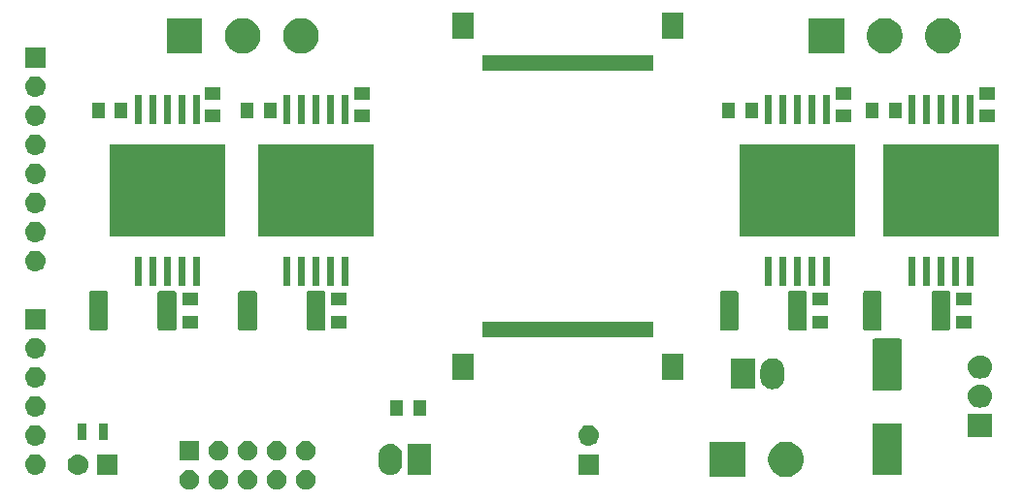
<source format=gts>
G04 #@! TF.GenerationSoftware,KiCad,Pcbnew,5.1.4-e60b266~84~ubuntu18.04.1*
G04 #@! TF.CreationDate,2019-08-27T16:16:23+05:30*
G04 #@! TF.ProjectId,senseCam_Adapter_rev1,73656e73-6543-4616-9d5f-416461707465,rev?*
G04 #@! TF.SameCoordinates,Original*
G04 #@! TF.FileFunction,Soldermask,Top*
G04 #@! TF.FilePolarity,Negative*
%FSLAX46Y46*%
G04 Gerber Fmt 4.6, Leading zero omitted, Abs format (unit mm)*
G04 Created by KiCad (PCBNEW 5.1.4-e60b266~84~ubuntu18.04.1) date 2019-08-27 16:16:23*
%MOMM*%
%LPD*%
G04 APERTURE LIST*
%ADD10C,0.100000*%
G04 APERTURE END LIST*
D10*
G36*
X33748228Y-52451703D02*
G01*
X33903100Y-52515853D01*
X34042481Y-52608985D01*
X34161015Y-52727519D01*
X34254147Y-52866900D01*
X34318297Y-53021772D01*
X34351000Y-53186184D01*
X34351000Y-53353816D01*
X34318297Y-53518228D01*
X34254147Y-53673100D01*
X34161015Y-53812481D01*
X34042481Y-53931015D01*
X33903100Y-54024147D01*
X33748228Y-54088297D01*
X33583816Y-54121000D01*
X33416184Y-54121000D01*
X33251772Y-54088297D01*
X33096900Y-54024147D01*
X32957519Y-53931015D01*
X32838985Y-53812481D01*
X32745853Y-53673100D01*
X32681703Y-53518228D01*
X32649000Y-53353816D01*
X32649000Y-53186184D01*
X32681703Y-53021772D01*
X32745853Y-52866900D01*
X32838985Y-52727519D01*
X32957519Y-52608985D01*
X33096900Y-52515853D01*
X33251772Y-52451703D01*
X33416184Y-52419000D01*
X33583816Y-52419000D01*
X33748228Y-52451703D01*
X33748228Y-52451703D01*
G37*
G36*
X36288228Y-52451703D02*
G01*
X36443100Y-52515853D01*
X36582481Y-52608985D01*
X36701015Y-52727519D01*
X36794147Y-52866900D01*
X36858297Y-53021772D01*
X36891000Y-53186184D01*
X36891000Y-53353816D01*
X36858297Y-53518228D01*
X36794147Y-53673100D01*
X36701015Y-53812481D01*
X36582481Y-53931015D01*
X36443100Y-54024147D01*
X36288228Y-54088297D01*
X36123816Y-54121000D01*
X35956184Y-54121000D01*
X35791772Y-54088297D01*
X35636900Y-54024147D01*
X35497519Y-53931015D01*
X35378985Y-53812481D01*
X35285853Y-53673100D01*
X35221703Y-53518228D01*
X35189000Y-53353816D01*
X35189000Y-53186184D01*
X35221703Y-53021772D01*
X35285853Y-52866900D01*
X35378985Y-52727519D01*
X35497519Y-52608985D01*
X35636900Y-52515853D01*
X35791772Y-52451703D01*
X35956184Y-52419000D01*
X36123816Y-52419000D01*
X36288228Y-52451703D01*
X36288228Y-52451703D01*
G37*
G36*
X38828228Y-52451703D02*
G01*
X38983100Y-52515853D01*
X39122481Y-52608985D01*
X39241015Y-52727519D01*
X39334147Y-52866900D01*
X39398297Y-53021772D01*
X39431000Y-53186184D01*
X39431000Y-53353816D01*
X39398297Y-53518228D01*
X39334147Y-53673100D01*
X39241015Y-53812481D01*
X39122481Y-53931015D01*
X38983100Y-54024147D01*
X38828228Y-54088297D01*
X38663816Y-54121000D01*
X38496184Y-54121000D01*
X38331772Y-54088297D01*
X38176900Y-54024147D01*
X38037519Y-53931015D01*
X37918985Y-53812481D01*
X37825853Y-53673100D01*
X37761703Y-53518228D01*
X37729000Y-53353816D01*
X37729000Y-53186184D01*
X37761703Y-53021772D01*
X37825853Y-52866900D01*
X37918985Y-52727519D01*
X38037519Y-52608985D01*
X38176900Y-52515853D01*
X38331772Y-52451703D01*
X38496184Y-52419000D01*
X38663816Y-52419000D01*
X38828228Y-52451703D01*
X38828228Y-52451703D01*
G37*
G36*
X31208228Y-52451703D02*
G01*
X31363100Y-52515853D01*
X31502481Y-52608985D01*
X31621015Y-52727519D01*
X31714147Y-52866900D01*
X31778297Y-53021772D01*
X31811000Y-53186184D01*
X31811000Y-53353816D01*
X31778297Y-53518228D01*
X31714147Y-53673100D01*
X31621015Y-53812481D01*
X31502481Y-53931015D01*
X31363100Y-54024147D01*
X31208228Y-54088297D01*
X31043816Y-54121000D01*
X30876184Y-54121000D01*
X30711772Y-54088297D01*
X30556900Y-54024147D01*
X30417519Y-53931015D01*
X30298985Y-53812481D01*
X30205853Y-53673100D01*
X30141703Y-53518228D01*
X30109000Y-53353816D01*
X30109000Y-53186184D01*
X30141703Y-53021772D01*
X30205853Y-52866900D01*
X30298985Y-52727519D01*
X30417519Y-52608985D01*
X30556900Y-52515853D01*
X30711772Y-52451703D01*
X30876184Y-52419000D01*
X31043816Y-52419000D01*
X31208228Y-52451703D01*
X31208228Y-52451703D01*
G37*
G36*
X28668228Y-52451703D02*
G01*
X28823100Y-52515853D01*
X28962481Y-52608985D01*
X29081015Y-52727519D01*
X29174147Y-52866900D01*
X29238297Y-53021772D01*
X29271000Y-53186184D01*
X29271000Y-53353816D01*
X29238297Y-53518228D01*
X29174147Y-53673100D01*
X29081015Y-53812481D01*
X28962481Y-53931015D01*
X28823100Y-54024147D01*
X28668228Y-54088297D01*
X28503816Y-54121000D01*
X28336184Y-54121000D01*
X28171772Y-54088297D01*
X28016900Y-54024147D01*
X27877519Y-53931015D01*
X27758985Y-53812481D01*
X27665853Y-53673100D01*
X27601703Y-53518228D01*
X27569000Y-53353816D01*
X27569000Y-53186184D01*
X27601703Y-53021772D01*
X27665853Y-52866900D01*
X27758985Y-52727519D01*
X27877519Y-52608985D01*
X28016900Y-52515853D01*
X28171772Y-52451703D01*
X28336184Y-52419000D01*
X28503816Y-52419000D01*
X28668228Y-52451703D01*
X28668228Y-52451703D01*
G37*
G36*
X80767754Y-49975852D02*
G01*
X80932410Y-50008604D01*
X81214674Y-50125521D01*
X81468705Y-50295259D01*
X81684741Y-50511295D01*
X81854479Y-50765326D01*
X81971396Y-51047590D01*
X81997181Y-51177221D01*
X82031000Y-51347239D01*
X82031000Y-51652761D01*
X82007009Y-51773373D01*
X81971396Y-51952410D01*
X81854479Y-52234674D01*
X81684741Y-52488705D01*
X81468705Y-52704741D01*
X81214674Y-52874479D01*
X80932410Y-52991396D01*
X80782585Y-53021198D01*
X80632761Y-53051000D01*
X80327239Y-53051000D01*
X80177415Y-53021198D01*
X80027590Y-52991396D01*
X79745326Y-52874479D01*
X79491295Y-52704741D01*
X79275259Y-52488705D01*
X79105521Y-52234674D01*
X78988604Y-51952410D01*
X78952991Y-51773373D01*
X78929000Y-51652761D01*
X78929000Y-51347239D01*
X78962819Y-51177221D01*
X78988604Y-51047590D01*
X79105521Y-50765326D01*
X79275259Y-50511295D01*
X79491295Y-50295259D01*
X79745326Y-50125521D01*
X80027590Y-50008604D01*
X80192246Y-49975852D01*
X80327239Y-49949000D01*
X80632761Y-49949000D01*
X80767754Y-49975852D01*
X80767754Y-49975852D01*
G37*
G36*
X76951000Y-53051000D02*
G01*
X73849000Y-53051000D01*
X73849000Y-49949000D01*
X76951000Y-49949000D01*
X76951000Y-53051000D01*
X76951000Y-53051000D01*
G37*
G36*
X46166032Y-50164207D02*
G01*
X46364146Y-50224305D01*
X46364149Y-50224306D01*
X46460975Y-50276061D01*
X46546729Y-50321897D01*
X46706765Y-50453235D01*
X46838103Y-50613271D01*
X46869291Y-50671621D01*
X46935694Y-50795851D01*
X46951333Y-50847405D01*
X46995793Y-50993969D01*
X47011000Y-51148371D01*
X47011000Y-51851630D01*
X46995793Y-52006032D01*
X46965278Y-52106625D01*
X46935694Y-52204149D01*
X46897038Y-52276468D01*
X46838103Y-52386729D01*
X46706765Y-52546765D01*
X46546729Y-52678103D01*
X46454277Y-52727519D01*
X46364148Y-52775694D01*
X46364145Y-52775695D01*
X46166031Y-52835793D01*
X45960000Y-52856085D01*
X45753968Y-52835793D01*
X45555854Y-52775695D01*
X45555851Y-52775694D01*
X45396229Y-52690374D01*
X45373271Y-52678103D01*
X45213235Y-52546765D01*
X45081897Y-52386729D01*
X44984307Y-52204149D01*
X44984306Y-52204148D01*
X44960790Y-52126627D01*
X44924207Y-52006031D01*
X44909000Y-51851629D01*
X44909000Y-51148370D01*
X44924207Y-50993968D01*
X44943296Y-50931040D01*
X44984305Y-50795853D01*
X45064306Y-50646184D01*
X45081898Y-50613271D01*
X45213236Y-50453235D01*
X45373272Y-50321897D01*
X45459026Y-50276061D01*
X45555852Y-50224306D01*
X45555855Y-50224305D01*
X45753969Y-50164207D01*
X45960000Y-50143915D01*
X46166032Y-50164207D01*
X46166032Y-50164207D01*
G37*
G36*
X22151000Y-52851000D02*
G01*
X20349000Y-52851000D01*
X20349000Y-51049000D01*
X22151000Y-51049000D01*
X22151000Y-52851000D01*
X22151000Y-52851000D01*
G37*
G36*
X18820442Y-51055518D02*
G01*
X18886627Y-51062037D01*
X19056466Y-51113557D01*
X19056468Y-51113558D01*
X19093028Y-51133100D01*
X19212991Y-51197222D01*
X19248729Y-51226552D01*
X19350186Y-51309814D01*
X19416825Y-51391015D01*
X19462778Y-51447009D01*
X19546443Y-51603534D01*
X19597963Y-51773373D01*
X19615359Y-51950000D01*
X19597963Y-52126627D01*
X19546443Y-52296466D01*
X19462778Y-52452991D01*
X19433469Y-52488704D01*
X19350186Y-52590186D01*
X19248729Y-52673448D01*
X19212991Y-52702778D01*
X19056466Y-52786443D01*
X18886627Y-52837963D01*
X18820443Y-52844481D01*
X18754260Y-52851000D01*
X18665740Y-52851000D01*
X18599557Y-52844481D01*
X18533373Y-52837963D01*
X18363534Y-52786443D01*
X18207009Y-52702778D01*
X18171271Y-52673448D01*
X18069814Y-52590186D01*
X17986531Y-52488704D01*
X17957222Y-52452991D01*
X17873557Y-52296466D01*
X17822037Y-52126627D01*
X17804641Y-51950000D01*
X17822037Y-51773373D01*
X17873557Y-51603534D01*
X17957222Y-51447009D01*
X18003175Y-51391015D01*
X18069814Y-51309814D01*
X18171271Y-51226552D01*
X18207009Y-51197222D01*
X18326972Y-51133100D01*
X18363532Y-51113558D01*
X18363534Y-51113557D01*
X18533373Y-51062037D01*
X18599558Y-51055518D01*
X18665740Y-51049000D01*
X18754260Y-51049000D01*
X18820442Y-51055518D01*
X18820442Y-51055518D01*
G37*
G36*
X90471934Y-48352671D02*
G01*
X90501877Y-48361754D01*
X90529465Y-48376500D01*
X90553651Y-48396349D01*
X90573500Y-48420535D01*
X90588246Y-48448123D01*
X90597329Y-48478066D01*
X90601000Y-48515340D01*
X90601000Y-52684660D01*
X90597329Y-52721934D01*
X90588246Y-52751877D01*
X90573500Y-52779465D01*
X90553651Y-52803651D01*
X90529465Y-52823500D01*
X90501877Y-52838246D01*
X90471934Y-52847329D01*
X90434660Y-52851000D01*
X88165340Y-52851000D01*
X88128066Y-52847329D01*
X88098123Y-52838246D01*
X88070535Y-52823500D01*
X88046349Y-52803651D01*
X88026500Y-52779465D01*
X88011754Y-52751877D01*
X88002671Y-52721934D01*
X87999000Y-52684660D01*
X87999000Y-48515340D01*
X88002671Y-48478066D01*
X88011754Y-48448123D01*
X88026500Y-48420535D01*
X88046349Y-48396349D01*
X88070535Y-48376500D01*
X88098123Y-48361754D01*
X88128066Y-48352671D01*
X88165340Y-48349000D01*
X90434660Y-48349000D01*
X90471934Y-48352671D01*
X90471934Y-48352671D01*
G37*
G36*
X49551000Y-52851000D02*
G01*
X47449000Y-52851000D01*
X47449000Y-50149000D01*
X49551000Y-50149000D01*
X49551000Y-52851000D01*
X49551000Y-52851000D01*
G37*
G36*
X15110443Y-51035519D02*
G01*
X15176627Y-51042037D01*
X15346466Y-51093557D01*
X15502991Y-51177222D01*
X15527361Y-51197222D01*
X15640186Y-51289814D01*
X15723238Y-51391015D01*
X15752778Y-51427009D01*
X15836443Y-51583534D01*
X15887963Y-51753373D01*
X15905359Y-51930000D01*
X15887963Y-52106627D01*
X15836443Y-52276466D01*
X15752778Y-52432991D01*
X15736366Y-52452989D01*
X15640186Y-52570186D01*
X15538729Y-52653448D01*
X15502991Y-52682778D01*
X15346466Y-52766443D01*
X15176627Y-52817963D01*
X15120408Y-52823500D01*
X15044260Y-52831000D01*
X14955740Y-52831000D01*
X14879592Y-52823500D01*
X14823373Y-52817963D01*
X14653534Y-52766443D01*
X14497009Y-52682778D01*
X14461271Y-52653448D01*
X14359814Y-52570186D01*
X14263634Y-52452989D01*
X14247222Y-52432991D01*
X14163557Y-52276466D01*
X14112037Y-52106627D01*
X14094641Y-51930000D01*
X14112037Y-51753373D01*
X14163557Y-51583534D01*
X14247222Y-51427009D01*
X14276762Y-51391015D01*
X14359814Y-51289814D01*
X14472639Y-51197222D01*
X14497009Y-51177222D01*
X14653534Y-51093557D01*
X14823373Y-51042037D01*
X14889557Y-51035519D01*
X14955740Y-51029000D01*
X15044260Y-51029000D01*
X15110443Y-51035519D01*
X15110443Y-51035519D01*
G37*
G36*
X64161000Y-52831000D02*
G01*
X62359000Y-52831000D01*
X62359000Y-51029000D01*
X64161000Y-51029000D01*
X64161000Y-52831000D01*
X64161000Y-52831000D01*
G37*
G36*
X36288228Y-49911703D02*
G01*
X36443100Y-49975853D01*
X36582481Y-50068985D01*
X36701015Y-50187519D01*
X36794147Y-50326900D01*
X36858297Y-50481772D01*
X36891000Y-50646184D01*
X36891000Y-50813816D01*
X36858297Y-50978228D01*
X36794147Y-51133100D01*
X36701015Y-51272481D01*
X36582481Y-51391015D01*
X36443100Y-51484147D01*
X36288228Y-51548297D01*
X36123816Y-51581000D01*
X35956184Y-51581000D01*
X35791772Y-51548297D01*
X35636900Y-51484147D01*
X35497519Y-51391015D01*
X35378985Y-51272481D01*
X35285853Y-51133100D01*
X35221703Y-50978228D01*
X35189000Y-50813816D01*
X35189000Y-50646184D01*
X35221703Y-50481772D01*
X35285853Y-50326900D01*
X35378985Y-50187519D01*
X35497519Y-50068985D01*
X35636900Y-49975853D01*
X35791772Y-49911703D01*
X35956184Y-49879000D01*
X36123816Y-49879000D01*
X36288228Y-49911703D01*
X36288228Y-49911703D01*
G37*
G36*
X33748228Y-49911703D02*
G01*
X33903100Y-49975853D01*
X34042481Y-50068985D01*
X34161015Y-50187519D01*
X34254147Y-50326900D01*
X34318297Y-50481772D01*
X34351000Y-50646184D01*
X34351000Y-50813816D01*
X34318297Y-50978228D01*
X34254147Y-51133100D01*
X34161015Y-51272481D01*
X34042481Y-51391015D01*
X33903100Y-51484147D01*
X33748228Y-51548297D01*
X33583816Y-51581000D01*
X33416184Y-51581000D01*
X33251772Y-51548297D01*
X33096900Y-51484147D01*
X32957519Y-51391015D01*
X32838985Y-51272481D01*
X32745853Y-51133100D01*
X32681703Y-50978228D01*
X32649000Y-50813816D01*
X32649000Y-50646184D01*
X32681703Y-50481772D01*
X32745853Y-50326900D01*
X32838985Y-50187519D01*
X32957519Y-50068985D01*
X33096900Y-49975853D01*
X33251772Y-49911703D01*
X33416184Y-49879000D01*
X33583816Y-49879000D01*
X33748228Y-49911703D01*
X33748228Y-49911703D01*
G37*
G36*
X31208228Y-49911703D02*
G01*
X31363100Y-49975853D01*
X31502481Y-50068985D01*
X31621015Y-50187519D01*
X31714147Y-50326900D01*
X31778297Y-50481772D01*
X31811000Y-50646184D01*
X31811000Y-50813816D01*
X31778297Y-50978228D01*
X31714147Y-51133100D01*
X31621015Y-51272481D01*
X31502481Y-51391015D01*
X31363100Y-51484147D01*
X31208228Y-51548297D01*
X31043816Y-51581000D01*
X30876184Y-51581000D01*
X30711772Y-51548297D01*
X30556900Y-51484147D01*
X30417519Y-51391015D01*
X30298985Y-51272481D01*
X30205853Y-51133100D01*
X30141703Y-50978228D01*
X30109000Y-50813816D01*
X30109000Y-50646184D01*
X30141703Y-50481772D01*
X30205853Y-50326900D01*
X30298985Y-50187519D01*
X30417519Y-50068985D01*
X30556900Y-49975853D01*
X30711772Y-49911703D01*
X30876184Y-49879000D01*
X31043816Y-49879000D01*
X31208228Y-49911703D01*
X31208228Y-49911703D01*
G37*
G36*
X38828228Y-49911703D02*
G01*
X38983100Y-49975853D01*
X39122481Y-50068985D01*
X39241015Y-50187519D01*
X39334147Y-50326900D01*
X39398297Y-50481772D01*
X39431000Y-50646184D01*
X39431000Y-50813816D01*
X39398297Y-50978228D01*
X39334147Y-51133100D01*
X39241015Y-51272481D01*
X39122481Y-51391015D01*
X38983100Y-51484147D01*
X38828228Y-51548297D01*
X38663816Y-51581000D01*
X38496184Y-51581000D01*
X38331772Y-51548297D01*
X38176900Y-51484147D01*
X38037519Y-51391015D01*
X37918985Y-51272481D01*
X37825853Y-51133100D01*
X37761703Y-50978228D01*
X37729000Y-50813816D01*
X37729000Y-50646184D01*
X37761703Y-50481772D01*
X37825853Y-50326900D01*
X37918985Y-50187519D01*
X38037519Y-50068985D01*
X38176900Y-49975853D01*
X38331772Y-49911703D01*
X38496184Y-49879000D01*
X38663816Y-49879000D01*
X38828228Y-49911703D01*
X38828228Y-49911703D01*
G37*
G36*
X29271000Y-51581000D02*
G01*
X27569000Y-51581000D01*
X27569000Y-49879000D01*
X29271000Y-49879000D01*
X29271000Y-51581000D01*
X29271000Y-51581000D01*
G37*
G36*
X15110443Y-48495519D02*
G01*
X15176627Y-48502037D01*
X15346466Y-48553557D01*
X15502991Y-48637222D01*
X15538729Y-48666552D01*
X15640186Y-48749814D01*
X15723448Y-48851271D01*
X15752778Y-48887009D01*
X15836443Y-49043534D01*
X15887963Y-49213373D01*
X15905359Y-49390000D01*
X15887963Y-49566627D01*
X15836443Y-49736466D01*
X15752778Y-49892991D01*
X15723448Y-49928729D01*
X15640186Y-50030186D01*
X15538729Y-50113448D01*
X15502991Y-50142778D01*
X15346466Y-50226443D01*
X15176627Y-50277963D01*
X15110443Y-50284481D01*
X15044260Y-50291000D01*
X14955740Y-50291000D01*
X14889557Y-50284481D01*
X14823373Y-50277963D01*
X14653534Y-50226443D01*
X14497009Y-50142778D01*
X14461271Y-50113448D01*
X14359814Y-50030186D01*
X14276552Y-49928729D01*
X14247222Y-49892991D01*
X14163557Y-49736466D01*
X14112037Y-49566627D01*
X14094641Y-49390000D01*
X14112037Y-49213373D01*
X14163557Y-49043534D01*
X14247222Y-48887009D01*
X14276552Y-48851271D01*
X14359814Y-48749814D01*
X14461271Y-48666552D01*
X14497009Y-48637222D01*
X14653534Y-48553557D01*
X14823373Y-48502037D01*
X14889557Y-48495519D01*
X14955740Y-48489000D01*
X15044260Y-48489000D01*
X15110443Y-48495519D01*
X15110443Y-48495519D01*
G37*
G36*
X63370443Y-48495519D02*
G01*
X63436627Y-48502037D01*
X63606466Y-48553557D01*
X63762991Y-48637222D01*
X63798729Y-48666552D01*
X63900186Y-48749814D01*
X63983448Y-48851271D01*
X64012778Y-48887009D01*
X64096443Y-49043534D01*
X64147963Y-49213373D01*
X64165359Y-49390000D01*
X64147963Y-49566627D01*
X64096443Y-49736466D01*
X64012778Y-49892991D01*
X63983448Y-49928729D01*
X63900186Y-50030186D01*
X63798729Y-50113448D01*
X63762991Y-50142778D01*
X63606466Y-50226443D01*
X63436627Y-50277963D01*
X63370443Y-50284481D01*
X63304260Y-50291000D01*
X63215740Y-50291000D01*
X63149557Y-50284481D01*
X63083373Y-50277963D01*
X62913534Y-50226443D01*
X62757009Y-50142778D01*
X62721271Y-50113448D01*
X62619814Y-50030186D01*
X62536552Y-49928729D01*
X62507222Y-49892991D01*
X62423557Y-49736466D01*
X62372037Y-49566627D01*
X62354641Y-49390000D01*
X62372037Y-49213373D01*
X62423557Y-49043534D01*
X62507222Y-48887009D01*
X62536552Y-48851271D01*
X62619814Y-48749814D01*
X62721271Y-48666552D01*
X62757009Y-48637222D01*
X62913534Y-48553557D01*
X63083373Y-48502037D01*
X63149557Y-48495519D01*
X63215740Y-48489000D01*
X63304260Y-48489000D01*
X63370443Y-48495519D01*
X63370443Y-48495519D01*
G37*
G36*
X21351000Y-49801000D02*
G01*
X20549000Y-49801000D01*
X20549000Y-48399000D01*
X21351000Y-48399000D01*
X21351000Y-49801000D01*
X21351000Y-49801000D01*
G37*
G36*
X19451000Y-49801000D02*
G01*
X18649000Y-49801000D01*
X18649000Y-48399000D01*
X19451000Y-48399000D01*
X19451000Y-49801000D01*
X19451000Y-49801000D01*
G37*
G36*
X98451000Y-49503500D02*
G01*
X96349000Y-49503500D01*
X96349000Y-47496500D01*
X98451000Y-47496500D01*
X98451000Y-49503500D01*
X98451000Y-49503500D01*
G37*
G36*
X15110443Y-45955519D02*
G01*
X15176627Y-45962037D01*
X15346466Y-46013557D01*
X15502991Y-46097222D01*
X15538729Y-46126552D01*
X15640186Y-46209814D01*
X15723448Y-46311271D01*
X15752778Y-46347009D01*
X15836443Y-46503534D01*
X15887963Y-46673373D01*
X15905359Y-46850000D01*
X15887963Y-47026627D01*
X15836443Y-47196466D01*
X15752778Y-47352991D01*
X15723448Y-47388729D01*
X15640186Y-47490186D01*
X15538729Y-47573448D01*
X15502991Y-47602778D01*
X15346466Y-47686443D01*
X15176627Y-47737963D01*
X15110442Y-47744482D01*
X15044260Y-47751000D01*
X14955740Y-47751000D01*
X14889558Y-47744482D01*
X14823373Y-47737963D01*
X14653534Y-47686443D01*
X14497009Y-47602778D01*
X14461271Y-47573448D01*
X14359814Y-47490186D01*
X14276552Y-47388729D01*
X14247222Y-47352991D01*
X14163557Y-47196466D01*
X14112037Y-47026627D01*
X14094641Y-46850000D01*
X14112037Y-46673373D01*
X14163557Y-46503534D01*
X14247222Y-46347009D01*
X14276552Y-46311271D01*
X14359814Y-46209814D01*
X14461271Y-46126552D01*
X14497009Y-46097222D01*
X14653534Y-46013557D01*
X14823373Y-45962037D01*
X14889557Y-45955519D01*
X14955740Y-45949000D01*
X15044260Y-45949000D01*
X15110443Y-45955519D01*
X15110443Y-45955519D01*
G37*
G36*
X49051000Y-47676000D02*
G01*
X47949000Y-47676000D01*
X47949000Y-46324000D01*
X49051000Y-46324000D01*
X49051000Y-47676000D01*
X49051000Y-47676000D01*
G37*
G36*
X47051000Y-47676000D02*
G01*
X45949000Y-47676000D01*
X45949000Y-46324000D01*
X47051000Y-46324000D01*
X47051000Y-47676000D01*
X47051000Y-47676000D01*
G37*
G36*
X97545936Y-44961340D02*
G01*
X97644220Y-44971020D01*
X97833381Y-45028401D01*
X98007712Y-45121583D01*
X98160515Y-45246985D01*
X98285917Y-45399788D01*
X98379099Y-45574119D01*
X98436480Y-45763280D01*
X98455855Y-45960000D01*
X98436480Y-46156720D01*
X98379099Y-46345881D01*
X98285917Y-46520212D01*
X98160515Y-46673015D01*
X98007712Y-46798417D01*
X97833381Y-46891599D01*
X97644220Y-46948980D01*
X97545936Y-46958660D01*
X97496795Y-46963500D01*
X97303205Y-46963500D01*
X97254064Y-46958660D01*
X97155780Y-46948980D01*
X96966619Y-46891599D01*
X96792288Y-46798417D01*
X96639485Y-46673015D01*
X96514083Y-46520212D01*
X96420901Y-46345881D01*
X96363520Y-46156720D01*
X96344145Y-45960000D01*
X96363520Y-45763280D01*
X96420901Y-45574119D01*
X96514083Y-45399788D01*
X96639485Y-45246985D01*
X96792288Y-45121583D01*
X96966619Y-45028401D01*
X97155780Y-44971020D01*
X97254064Y-44961340D01*
X97303205Y-44956500D01*
X97496795Y-44956500D01*
X97545936Y-44961340D01*
X97545936Y-44961340D01*
G37*
G36*
X90471934Y-40952671D02*
G01*
X90501877Y-40961754D01*
X90529465Y-40976500D01*
X90553651Y-40996349D01*
X90573500Y-41020535D01*
X90588246Y-41048123D01*
X90597329Y-41078066D01*
X90601000Y-41115340D01*
X90601000Y-45284660D01*
X90597329Y-45321934D01*
X90588246Y-45351877D01*
X90573500Y-45379465D01*
X90553651Y-45403651D01*
X90529465Y-45423500D01*
X90501877Y-45438246D01*
X90471934Y-45447329D01*
X90434660Y-45451000D01*
X88165340Y-45451000D01*
X88128066Y-45447329D01*
X88098123Y-45438246D01*
X88070535Y-45423500D01*
X88046349Y-45403651D01*
X88026500Y-45379465D01*
X88011754Y-45351877D01*
X88002671Y-45321934D01*
X87999000Y-45284660D01*
X87999000Y-41115340D01*
X88002671Y-41078066D01*
X88011754Y-41048123D01*
X88026500Y-41020535D01*
X88046349Y-40996349D01*
X88070535Y-40976500D01*
X88098123Y-40961754D01*
X88128066Y-40952671D01*
X88165340Y-40949000D01*
X90434660Y-40949000D01*
X90471934Y-40952671D01*
X90471934Y-40952671D01*
G37*
G36*
X79496031Y-42664207D02*
G01*
X79637049Y-42706985D01*
X79694148Y-42724306D01*
X79760030Y-42759521D01*
X79876729Y-42821897D01*
X80036765Y-42953235D01*
X80168103Y-43113271D01*
X80168104Y-43113273D01*
X80265694Y-43295851D01*
X80265694Y-43295852D01*
X80265695Y-43295854D01*
X80325793Y-43493968D01*
X80341000Y-43648370D01*
X80341000Y-44351629D01*
X80325793Y-44506031D01*
X80281333Y-44652595D01*
X80265694Y-44704149D01*
X80207516Y-44812991D01*
X80168103Y-44886729D01*
X80036765Y-45046765D01*
X79876729Y-45178103D01*
X79790975Y-45223939D01*
X79694149Y-45275694D01*
X79694146Y-45275695D01*
X79496032Y-45335793D01*
X79290000Y-45356085D01*
X79083969Y-45335793D01*
X78885855Y-45275695D01*
X78885852Y-45275694D01*
X78789026Y-45223939D01*
X78703272Y-45178103D01*
X78543236Y-45046765D01*
X78411898Y-44886729D01*
X78372483Y-44812989D01*
X78314305Y-44704147D01*
X78267848Y-44551000D01*
X78254207Y-44506032D01*
X78239000Y-44351630D01*
X78239000Y-43648371D01*
X78254207Y-43493969D01*
X78314305Y-43295855D01*
X78314306Y-43295852D01*
X78353097Y-43223280D01*
X78411897Y-43113271D01*
X78543235Y-42953235D01*
X78703271Y-42821897D01*
X78789025Y-42776061D01*
X78885851Y-42724306D01*
X78942950Y-42706985D01*
X79083968Y-42664207D01*
X79290000Y-42643915D01*
X79496031Y-42664207D01*
X79496031Y-42664207D01*
G37*
G36*
X77801000Y-45351000D02*
G01*
X75699000Y-45351000D01*
X75699000Y-42649000D01*
X77801000Y-42649000D01*
X77801000Y-45351000D01*
X77801000Y-45351000D01*
G37*
G36*
X15110442Y-43415518D02*
G01*
X15176627Y-43422037D01*
X15346466Y-43473557D01*
X15502991Y-43557222D01*
X15538729Y-43586552D01*
X15640186Y-43669814D01*
X15723448Y-43771271D01*
X15752778Y-43807009D01*
X15836443Y-43963534D01*
X15887963Y-44133373D01*
X15905359Y-44310000D01*
X15887963Y-44486627D01*
X15836443Y-44656466D01*
X15752778Y-44812991D01*
X15723448Y-44848729D01*
X15640186Y-44950186D01*
X15544879Y-45028401D01*
X15502991Y-45062778D01*
X15346466Y-45146443D01*
X15176627Y-45197963D01*
X15110443Y-45204481D01*
X15044260Y-45211000D01*
X14955740Y-45211000D01*
X14889557Y-45204481D01*
X14823373Y-45197963D01*
X14653534Y-45146443D01*
X14497009Y-45062778D01*
X14455121Y-45028401D01*
X14359814Y-44950186D01*
X14276552Y-44848729D01*
X14247222Y-44812991D01*
X14163557Y-44656466D01*
X14112037Y-44486627D01*
X14094641Y-44310000D01*
X14112037Y-44133373D01*
X14163557Y-43963534D01*
X14247222Y-43807009D01*
X14276552Y-43771271D01*
X14359814Y-43669814D01*
X14461271Y-43586552D01*
X14497009Y-43557222D01*
X14653534Y-43473557D01*
X14823373Y-43422037D01*
X14889558Y-43415518D01*
X14955740Y-43409000D01*
X15044260Y-43409000D01*
X15110442Y-43415518D01*
X15110442Y-43415518D01*
G37*
G36*
X71551000Y-44551000D02*
G01*
X69649000Y-44551000D01*
X69649000Y-42249000D01*
X71551000Y-42249000D01*
X71551000Y-44551000D01*
X71551000Y-44551000D01*
G37*
G36*
X53251000Y-44551000D02*
G01*
X51349000Y-44551000D01*
X51349000Y-42249000D01*
X53251000Y-42249000D01*
X53251000Y-44551000D01*
X53251000Y-44551000D01*
G37*
G36*
X97545936Y-42421340D02*
G01*
X97644220Y-42431020D01*
X97833381Y-42488401D01*
X98007712Y-42581583D01*
X98160515Y-42706985D01*
X98285917Y-42859788D01*
X98379099Y-43034119D01*
X98436480Y-43223280D01*
X98455855Y-43420000D01*
X98436480Y-43616720D01*
X98379099Y-43805881D01*
X98285917Y-43980212D01*
X98160515Y-44133015D01*
X98007712Y-44258417D01*
X97833381Y-44351599D01*
X97644220Y-44408980D01*
X97545936Y-44418660D01*
X97496795Y-44423500D01*
X97303205Y-44423500D01*
X97254064Y-44418660D01*
X97155780Y-44408980D01*
X96966619Y-44351599D01*
X96792288Y-44258417D01*
X96639485Y-44133015D01*
X96514083Y-43980212D01*
X96420901Y-43805881D01*
X96363520Y-43616720D01*
X96344145Y-43420000D01*
X96363520Y-43223280D01*
X96420901Y-43034119D01*
X96514083Y-42859788D01*
X96639485Y-42706985D01*
X96792288Y-42581583D01*
X96966619Y-42488401D01*
X97155780Y-42431020D01*
X97254064Y-42421340D01*
X97303205Y-42416500D01*
X97496795Y-42416500D01*
X97545936Y-42421340D01*
X97545936Y-42421340D01*
G37*
G36*
X15110443Y-40875519D02*
G01*
X15176627Y-40882037D01*
X15346466Y-40933557D01*
X15346468Y-40933558D01*
X15412414Y-40968807D01*
X15502991Y-41017222D01*
X15538729Y-41046552D01*
X15640186Y-41129814D01*
X15705335Y-41209200D01*
X15752778Y-41267009D01*
X15836443Y-41423534D01*
X15887963Y-41593373D01*
X15905359Y-41770000D01*
X15887963Y-41946627D01*
X15836443Y-42116466D01*
X15752778Y-42272991D01*
X15723448Y-42308729D01*
X15640186Y-42410186D01*
X15544879Y-42488401D01*
X15502991Y-42522778D01*
X15346466Y-42606443D01*
X15176627Y-42657963D01*
X15113230Y-42664207D01*
X15044260Y-42671000D01*
X14955740Y-42671000D01*
X14886770Y-42664207D01*
X14823373Y-42657963D01*
X14653534Y-42606443D01*
X14497009Y-42522778D01*
X14455121Y-42488401D01*
X14359814Y-42410186D01*
X14276552Y-42308729D01*
X14247222Y-42272991D01*
X14163557Y-42116466D01*
X14112037Y-41946627D01*
X14094641Y-41770000D01*
X14112037Y-41593373D01*
X14163557Y-41423534D01*
X14247222Y-41267009D01*
X14294665Y-41209200D01*
X14359814Y-41129814D01*
X14461271Y-41046552D01*
X14497009Y-41017222D01*
X14587586Y-40968807D01*
X14653532Y-40933558D01*
X14653534Y-40933557D01*
X14823373Y-40882037D01*
X14889557Y-40875519D01*
X14955740Y-40869000D01*
X15044260Y-40869000D01*
X15110443Y-40875519D01*
X15110443Y-40875519D01*
G37*
G36*
X68901000Y-40851000D02*
G01*
X53999000Y-40851000D01*
X53999000Y-39449000D01*
X68901000Y-39449000D01*
X68901000Y-40851000D01*
X68901000Y-40851000D01*
G37*
G36*
X27153820Y-36778103D02*
G01*
X27187985Y-36788467D01*
X27219464Y-36805293D01*
X27247060Y-36827940D01*
X27269707Y-36855536D01*
X27286533Y-36887015D01*
X27296897Y-36921180D01*
X27301000Y-36962842D01*
X27301000Y-40037158D01*
X27296897Y-40078820D01*
X27286533Y-40112985D01*
X27269707Y-40144464D01*
X27247060Y-40172060D01*
X27219464Y-40194707D01*
X27187985Y-40211533D01*
X27153820Y-40221897D01*
X27112158Y-40226000D01*
X25862842Y-40226000D01*
X25821180Y-40221897D01*
X25787015Y-40211533D01*
X25755536Y-40194707D01*
X25727940Y-40172060D01*
X25705293Y-40144464D01*
X25688467Y-40112985D01*
X25678103Y-40078820D01*
X25674000Y-40037158D01*
X25674000Y-36962842D01*
X25678103Y-36921180D01*
X25688467Y-36887015D01*
X25705293Y-36855536D01*
X25727940Y-36827940D01*
X25755536Y-36805293D01*
X25787015Y-36788467D01*
X25821180Y-36778103D01*
X25862842Y-36774000D01*
X27112158Y-36774000D01*
X27153820Y-36778103D01*
X27153820Y-36778103D01*
G37*
G36*
X82153820Y-36778103D02*
G01*
X82187985Y-36788467D01*
X82219464Y-36805293D01*
X82247060Y-36827940D01*
X82269707Y-36855536D01*
X82286533Y-36887015D01*
X82296897Y-36921180D01*
X82301000Y-36962842D01*
X82301000Y-40037158D01*
X82296897Y-40078820D01*
X82286533Y-40112985D01*
X82269707Y-40144464D01*
X82247060Y-40172060D01*
X82219464Y-40194707D01*
X82187985Y-40211533D01*
X82153820Y-40221897D01*
X82112158Y-40226000D01*
X80862842Y-40226000D01*
X80821180Y-40221897D01*
X80787015Y-40211533D01*
X80755536Y-40194707D01*
X80727940Y-40172060D01*
X80705293Y-40144464D01*
X80688467Y-40112985D01*
X80678103Y-40078820D01*
X80674000Y-40037158D01*
X80674000Y-36962842D01*
X80678103Y-36921180D01*
X80688467Y-36887015D01*
X80705293Y-36855536D01*
X80727940Y-36827940D01*
X80755536Y-36805293D01*
X80787015Y-36788467D01*
X80821180Y-36778103D01*
X80862842Y-36774000D01*
X82112158Y-36774000D01*
X82153820Y-36778103D01*
X82153820Y-36778103D01*
G37*
G36*
X88678820Y-36778103D02*
G01*
X88712985Y-36788467D01*
X88744464Y-36805293D01*
X88772060Y-36827940D01*
X88794707Y-36855536D01*
X88811533Y-36887015D01*
X88821897Y-36921180D01*
X88826000Y-36962842D01*
X88826000Y-40037158D01*
X88821897Y-40078820D01*
X88811533Y-40112985D01*
X88794707Y-40144464D01*
X88772060Y-40172060D01*
X88744464Y-40194707D01*
X88712985Y-40211533D01*
X88678820Y-40221897D01*
X88637158Y-40226000D01*
X87387842Y-40226000D01*
X87346180Y-40221897D01*
X87312015Y-40211533D01*
X87280536Y-40194707D01*
X87252940Y-40172060D01*
X87230293Y-40144464D01*
X87213467Y-40112985D01*
X87203103Y-40078820D01*
X87199000Y-40037158D01*
X87199000Y-36962842D01*
X87203103Y-36921180D01*
X87213467Y-36887015D01*
X87230293Y-36855536D01*
X87252940Y-36827940D01*
X87280536Y-36805293D01*
X87312015Y-36788467D01*
X87346180Y-36778103D01*
X87387842Y-36774000D01*
X88637158Y-36774000D01*
X88678820Y-36778103D01*
X88678820Y-36778103D01*
G37*
G36*
X76178820Y-36778103D02*
G01*
X76212985Y-36788467D01*
X76244464Y-36805293D01*
X76272060Y-36827940D01*
X76294707Y-36855536D01*
X76311533Y-36887015D01*
X76321897Y-36921180D01*
X76326000Y-36962842D01*
X76326000Y-40037158D01*
X76321897Y-40078820D01*
X76311533Y-40112985D01*
X76294707Y-40144464D01*
X76272060Y-40172060D01*
X76244464Y-40194707D01*
X76212985Y-40211533D01*
X76178820Y-40221897D01*
X76137158Y-40226000D01*
X74887842Y-40226000D01*
X74846180Y-40221897D01*
X74812015Y-40211533D01*
X74780536Y-40194707D01*
X74752940Y-40172060D01*
X74730293Y-40144464D01*
X74713467Y-40112985D01*
X74703103Y-40078820D01*
X74699000Y-40037158D01*
X74699000Y-36962842D01*
X74703103Y-36921180D01*
X74713467Y-36887015D01*
X74730293Y-36855536D01*
X74752940Y-36827940D01*
X74780536Y-36805293D01*
X74812015Y-36788467D01*
X74846180Y-36778103D01*
X74887842Y-36774000D01*
X76137158Y-36774000D01*
X76178820Y-36778103D01*
X76178820Y-36778103D01*
G37*
G36*
X21178820Y-36778103D02*
G01*
X21212985Y-36788467D01*
X21244464Y-36805293D01*
X21272060Y-36827940D01*
X21294707Y-36855536D01*
X21311533Y-36887015D01*
X21321897Y-36921180D01*
X21326000Y-36962842D01*
X21326000Y-40037158D01*
X21321897Y-40078820D01*
X21311533Y-40112985D01*
X21294707Y-40144464D01*
X21272060Y-40172060D01*
X21244464Y-40194707D01*
X21212985Y-40211533D01*
X21178820Y-40221897D01*
X21137158Y-40226000D01*
X19887842Y-40226000D01*
X19846180Y-40221897D01*
X19812015Y-40211533D01*
X19780536Y-40194707D01*
X19752940Y-40172060D01*
X19730293Y-40144464D01*
X19713467Y-40112985D01*
X19703103Y-40078820D01*
X19699000Y-40037158D01*
X19699000Y-36962842D01*
X19703103Y-36921180D01*
X19713467Y-36887015D01*
X19730293Y-36855536D01*
X19752940Y-36827940D01*
X19780536Y-36805293D01*
X19812015Y-36788467D01*
X19846180Y-36778103D01*
X19887842Y-36774000D01*
X21137158Y-36774000D01*
X21178820Y-36778103D01*
X21178820Y-36778103D01*
G37*
G36*
X40153820Y-36778103D02*
G01*
X40187985Y-36788467D01*
X40219464Y-36805293D01*
X40247060Y-36827940D01*
X40269707Y-36855536D01*
X40286533Y-36887015D01*
X40296897Y-36921180D01*
X40301000Y-36962842D01*
X40301000Y-40037158D01*
X40296897Y-40078820D01*
X40286533Y-40112985D01*
X40269707Y-40144464D01*
X40247060Y-40172060D01*
X40219464Y-40194707D01*
X40187985Y-40211533D01*
X40153820Y-40221897D01*
X40112158Y-40226000D01*
X38862842Y-40226000D01*
X38821180Y-40221897D01*
X38787015Y-40211533D01*
X38755536Y-40194707D01*
X38727940Y-40172060D01*
X38705293Y-40144464D01*
X38688467Y-40112985D01*
X38678103Y-40078820D01*
X38674000Y-40037158D01*
X38674000Y-36962842D01*
X38678103Y-36921180D01*
X38688467Y-36887015D01*
X38705293Y-36855536D01*
X38727940Y-36827940D01*
X38755536Y-36805293D01*
X38787015Y-36788467D01*
X38821180Y-36778103D01*
X38862842Y-36774000D01*
X40112158Y-36774000D01*
X40153820Y-36778103D01*
X40153820Y-36778103D01*
G37*
G36*
X34178820Y-36778103D02*
G01*
X34212985Y-36788467D01*
X34244464Y-36805293D01*
X34272060Y-36827940D01*
X34294707Y-36855536D01*
X34311533Y-36887015D01*
X34321897Y-36921180D01*
X34326000Y-36962842D01*
X34326000Y-40037158D01*
X34321897Y-40078820D01*
X34311533Y-40112985D01*
X34294707Y-40144464D01*
X34272060Y-40172060D01*
X34244464Y-40194707D01*
X34212985Y-40211533D01*
X34178820Y-40221897D01*
X34137158Y-40226000D01*
X32887842Y-40226000D01*
X32846180Y-40221897D01*
X32812015Y-40211533D01*
X32780536Y-40194707D01*
X32752940Y-40172060D01*
X32730293Y-40144464D01*
X32713467Y-40112985D01*
X32703103Y-40078820D01*
X32699000Y-40037158D01*
X32699000Y-36962842D01*
X32703103Y-36921180D01*
X32713467Y-36887015D01*
X32730293Y-36855536D01*
X32752940Y-36827940D01*
X32780536Y-36805293D01*
X32812015Y-36788467D01*
X32846180Y-36778103D01*
X32887842Y-36774000D01*
X34137158Y-36774000D01*
X34178820Y-36778103D01*
X34178820Y-36778103D01*
G37*
G36*
X94653820Y-36778103D02*
G01*
X94687985Y-36788467D01*
X94719464Y-36805293D01*
X94747060Y-36827940D01*
X94769707Y-36855536D01*
X94786533Y-36887015D01*
X94796897Y-36921180D01*
X94801000Y-36962842D01*
X94801000Y-40037158D01*
X94796897Y-40078820D01*
X94786533Y-40112985D01*
X94769707Y-40144464D01*
X94747060Y-40172060D01*
X94719464Y-40194707D01*
X94687985Y-40211533D01*
X94653820Y-40221897D01*
X94612158Y-40226000D01*
X93362842Y-40226000D01*
X93321180Y-40221897D01*
X93287015Y-40211533D01*
X93255536Y-40194707D01*
X93227940Y-40172060D01*
X93205293Y-40144464D01*
X93188467Y-40112985D01*
X93178103Y-40078820D01*
X93174000Y-40037158D01*
X93174000Y-36962842D01*
X93178103Y-36921180D01*
X93188467Y-36887015D01*
X93205293Y-36855536D01*
X93227940Y-36827940D01*
X93255536Y-36805293D01*
X93287015Y-36788467D01*
X93321180Y-36778103D01*
X93362842Y-36774000D01*
X94612158Y-36774000D01*
X94653820Y-36778103D01*
X94653820Y-36778103D01*
G37*
G36*
X15901000Y-40131000D02*
G01*
X14099000Y-40131000D01*
X14099000Y-38329000D01*
X15901000Y-38329000D01*
X15901000Y-40131000D01*
X15901000Y-40131000D01*
G37*
G36*
X42176000Y-40051000D02*
G01*
X40824000Y-40051000D01*
X40824000Y-38949000D01*
X42176000Y-38949000D01*
X42176000Y-40051000D01*
X42176000Y-40051000D01*
G37*
G36*
X29176000Y-40051000D02*
G01*
X27824000Y-40051000D01*
X27824000Y-38949000D01*
X29176000Y-38949000D01*
X29176000Y-40051000D01*
X29176000Y-40051000D01*
G37*
G36*
X84176000Y-40051000D02*
G01*
X82824000Y-40051000D01*
X82824000Y-38949000D01*
X84176000Y-38949000D01*
X84176000Y-40051000D01*
X84176000Y-40051000D01*
G37*
G36*
X96676000Y-40051000D02*
G01*
X95324000Y-40051000D01*
X95324000Y-38949000D01*
X96676000Y-38949000D01*
X96676000Y-40051000D01*
X96676000Y-40051000D01*
G37*
G36*
X84176000Y-38051000D02*
G01*
X82824000Y-38051000D01*
X82824000Y-36949000D01*
X84176000Y-36949000D01*
X84176000Y-38051000D01*
X84176000Y-38051000D01*
G37*
G36*
X96676000Y-38051000D02*
G01*
X95324000Y-38051000D01*
X95324000Y-36949000D01*
X96676000Y-36949000D01*
X96676000Y-38051000D01*
X96676000Y-38051000D01*
G37*
G36*
X29176000Y-38051000D02*
G01*
X27824000Y-38051000D01*
X27824000Y-36949000D01*
X29176000Y-36949000D01*
X29176000Y-38051000D01*
X29176000Y-38051000D01*
G37*
G36*
X42176000Y-38051000D02*
G01*
X40824000Y-38051000D01*
X40824000Y-36949000D01*
X42176000Y-36949000D01*
X42176000Y-38051000D01*
X42176000Y-38051000D01*
G37*
G36*
X38531000Y-36376000D02*
G01*
X37929000Y-36376000D01*
X37929000Y-33824000D01*
X38531000Y-33824000D01*
X38531000Y-36376000D01*
X38531000Y-36376000D01*
G37*
G36*
X37261000Y-36376000D02*
G01*
X36659000Y-36376000D01*
X36659000Y-33824000D01*
X37261000Y-33824000D01*
X37261000Y-36376000D01*
X37261000Y-36376000D01*
G37*
G36*
X29341000Y-36376000D02*
G01*
X28739000Y-36376000D01*
X28739000Y-33824000D01*
X29341000Y-33824000D01*
X29341000Y-36376000D01*
X29341000Y-36376000D01*
G37*
G36*
X28071000Y-36376000D02*
G01*
X27469000Y-36376000D01*
X27469000Y-33824000D01*
X28071000Y-33824000D01*
X28071000Y-36376000D01*
X28071000Y-36376000D01*
G37*
G36*
X26801000Y-36376000D02*
G01*
X26199000Y-36376000D01*
X26199000Y-33824000D01*
X26801000Y-33824000D01*
X26801000Y-36376000D01*
X26801000Y-36376000D01*
G37*
G36*
X25531000Y-36376000D02*
G01*
X24929000Y-36376000D01*
X24929000Y-33824000D01*
X25531000Y-33824000D01*
X25531000Y-36376000D01*
X25531000Y-36376000D01*
G37*
G36*
X24261000Y-36376000D02*
G01*
X23659000Y-36376000D01*
X23659000Y-33824000D01*
X24261000Y-33824000D01*
X24261000Y-36376000D01*
X24261000Y-36376000D01*
G37*
G36*
X41071000Y-36376000D02*
G01*
X40469000Y-36376000D01*
X40469000Y-33824000D01*
X41071000Y-33824000D01*
X41071000Y-36376000D01*
X41071000Y-36376000D01*
G37*
G36*
X42341000Y-36376000D02*
G01*
X41739000Y-36376000D01*
X41739000Y-33824000D01*
X42341000Y-33824000D01*
X42341000Y-36376000D01*
X42341000Y-36376000D01*
G37*
G36*
X93031000Y-36376000D02*
G01*
X92429000Y-36376000D01*
X92429000Y-33824000D01*
X93031000Y-33824000D01*
X93031000Y-36376000D01*
X93031000Y-36376000D01*
G37*
G36*
X95571000Y-36376000D02*
G01*
X94969000Y-36376000D01*
X94969000Y-33824000D01*
X95571000Y-33824000D01*
X95571000Y-36376000D01*
X95571000Y-36376000D01*
G37*
G36*
X96841000Y-36376000D02*
G01*
X96239000Y-36376000D01*
X96239000Y-33824000D01*
X96841000Y-33824000D01*
X96841000Y-36376000D01*
X96841000Y-36376000D01*
G37*
G36*
X39801000Y-36376000D02*
G01*
X39199000Y-36376000D01*
X39199000Y-33824000D01*
X39801000Y-33824000D01*
X39801000Y-36376000D01*
X39801000Y-36376000D01*
G37*
G36*
X84341000Y-36376000D02*
G01*
X83739000Y-36376000D01*
X83739000Y-33824000D01*
X84341000Y-33824000D01*
X84341000Y-36376000D01*
X84341000Y-36376000D01*
G37*
G36*
X83071000Y-36376000D02*
G01*
X82469000Y-36376000D01*
X82469000Y-33824000D01*
X83071000Y-33824000D01*
X83071000Y-36376000D01*
X83071000Y-36376000D01*
G37*
G36*
X81801000Y-36376000D02*
G01*
X81199000Y-36376000D01*
X81199000Y-33824000D01*
X81801000Y-33824000D01*
X81801000Y-36376000D01*
X81801000Y-36376000D01*
G37*
G36*
X91761000Y-36376000D02*
G01*
X91159000Y-36376000D01*
X91159000Y-33824000D01*
X91761000Y-33824000D01*
X91761000Y-36376000D01*
X91761000Y-36376000D01*
G37*
G36*
X80531000Y-36376000D02*
G01*
X79929000Y-36376000D01*
X79929000Y-33824000D01*
X80531000Y-33824000D01*
X80531000Y-36376000D01*
X80531000Y-36376000D01*
G37*
G36*
X79261000Y-36376000D02*
G01*
X78659000Y-36376000D01*
X78659000Y-33824000D01*
X79261000Y-33824000D01*
X79261000Y-36376000D01*
X79261000Y-36376000D01*
G37*
G36*
X94301000Y-36376000D02*
G01*
X93699000Y-36376000D01*
X93699000Y-33824000D01*
X94301000Y-33824000D01*
X94301000Y-36376000D01*
X94301000Y-36376000D01*
G37*
G36*
X15110442Y-33265518D02*
G01*
X15176627Y-33272037D01*
X15346466Y-33323557D01*
X15502991Y-33407222D01*
X15538729Y-33436552D01*
X15640186Y-33519814D01*
X15723448Y-33621271D01*
X15752778Y-33657009D01*
X15836443Y-33813534D01*
X15887963Y-33983373D01*
X15905359Y-34160000D01*
X15887963Y-34336627D01*
X15836443Y-34506466D01*
X15752778Y-34662991D01*
X15723448Y-34698729D01*
X15640186Y-34800186D01*
X15538729Y-34883448D01*
X15502991Y-34912778D01*
X15346466Y-34996443D01*
X15176627Y-35047963D01*
X15110442Y-35054482D01*
X15044260Y-35061000D01*
X14955740Y-35061000D01*
X14889558Y-35054482D01*
X14823373Y-35047963D01*
X14653534Y-34996443D01*
X14497009Y-34912778D01*
X14461271Y-34883448D01*
X14359814Y-34800186D01*
X14276552Y-34698729D01*
X14247222Y-34662991D01*
X14163557Y-34506466D01*
X14112037Y-34336627D01*
X14094641Y-34160000D01*
X14112037Y-33983373D01*
X14163557Y-33813534D01*
X14247222Y-33657009D01*
X14276552Y-33621271D01*
X14359814Y-33519814D01*
X14461271Y-33436552D01*
X14497009Y-33407222D01*
X14653534Y-33323557D01*
X14823373Y-33272037D01*
X14889558Y-33265518D01*
X14955740Y-33259000D01*
X15044260Y-33259000D01*
X15110442Y-33265518D01*
X15110442Y-33265518D01*
G37*
G36*
X15110442Y-30725518D02*
G01*
X15176627Y-30732037D01*
X15346466Y-30783557D01*
X15502991Y-30867222D01*
X15538729Y-30896552D01*
X15640186Y-30979814D01*
X15723448Y-31081271D01*
X15752778Y-31117009D01*
X15836443Y-31273534D01*
X15887963Y-31443373D01*
X15905359Y-31620000D01*
X15887963Y-31796627D01*
X15836443Y-31966466D01*
X15752778Y-32122991D01*
X15723448Y-32158729D01*
X15640186Y-32260186D01*
X15538729Y-32343448D01*
X15502991Y-32372778D01*
X15346466Y-32456443D01*
X15176627Y-32507963D01*
X15110442Y-32514482D01*
X15044260Y-32521000D01*
X14955740Y-32521000D01*
X14889558Y-32514482D01*
X14823373Y-32507963D01*
X14653534Y-32456443D01*
X14497009Y-32372778D01*
X14461271Y-32343448D01*
X14359814Y-32260186D01*
X14276552Y-32158729D01*
X14247222Y-32122991D01*
X14163557Y-31966466D01*
X14112037Y-31796627D01*
X14094641Y-31620000D01*
X14112037Y-31443373D01*
X14163557Y-31273534D01*
X14247222Y-31117009D01*
X14276552Y-31081271D01*
X14359814Y-30979814D01*
X14461271Y-30896552D01*
X14497009Y-30867222D01*
X14653534Y-30783557D01*
X14823373Y-30732037D01*
X14889558Y-30725518D01*
X14955740Y-30719000D01*
X15044260Y-30719000D01*
X15110442Y-30725518D01*
X15110442Y-30725518D01*
G37*
G36*
X31551000Y-32051000D02*
G01*
X21449000Y-32051000D01*
X21449000Y-23949000D01*
X31551000Y-23949000D01*
X31551000Y-32051000D01*
X31551000Y-32051000D01*
G37*
G36*
X44551000Y-32051000D02*
G01*
X34449000Y-32051000D01*
X34449000Y-23949000D01*
X44551000Y-23949000D01*
X44551000Y-32051000D01*
X44551000Y-32051000D01*
G37*
G36*
X99051000Y-32051000D02*
G01*
X88949000Y-32051000D01*
X88949000Y-23949000D01*
X99051000Y-23949000D01*
X99051000Y-32051000D01*
X99051000Y-32051000D01*
G37*
G36*
X86551000Y-32051000D02*
G01*
X76449000Y-32051000D01*
X76449000Y-23949000D01*
X86551000Y-23949000D01*
X86551000Y-32051000D01*
X86551000Y-32051000D01*
G37*
G36*
X15110443Y-28185519D02*
G01*
X15176627Y-28192037D01*
X15346466Y-28243557D01*
X15502991Y-28327222D01*
X15538729Y-28356552D01*
X15640186Y-28439814D01*
X15723448Y-28541271D01*
X15752778Y-28577009D01*
X15836443Y-28733534D01*
X15887963Y-28903373D01*
X15905359Y-29080000D01*
X15887963Y-29256627D01*
X15836443Y-29426466D01*
X15752778Y-29582991D01*
X15723448Y-29618729D01*
X15640186Y-29720186D01*
X15538729Y-29803448D01*
X15502991Y-29832778D01*
X15346466Y-29916443D01*
X15176627Y-29967963D01*
X15110443Y-29974481D01*
X15044260Y-29981000D01*
X14955740Y-29981000D01*
X14889557Y-29974481D01*
X14823373Y-29967963D01*
X14653534Y-29916443D01*
X14497009Y-29832778D01*
X14461271Y-29803448D01*
X14359814Y-29720186D01*
X14276552Y-29618729D01*
X14247222Y-29582991D01*
X14163557Y-29426466D01*
X14112037Y-29256627D01*
X14094641Y-29080000D01*
X14112037Y-28903373D01*
X14163557Y-28733534D01*
X14247222Y-28577009D01*
X14276552Y-28541271D01*
X14359814Y-28439814D01*
X14461271Y-28356552D01*
X14497009Y-28327222D01*
X14653534Y-28243557D01*
X14823373Y-28192037D01*
X14889557Y-28185519D01*
X14955740Y-28179000D01*
X15044260Y-28179000D01*
X15110443Y-28185519D01*
X15110443Y-28185519D01*
G37*
G36*
X15110442Y-25645518D02*
G01*
X15176627Y-25652037D01*
X15346466Y-25703557D01*
X15502991Y-25787222D01*
X15538729Y-25816552D01*
X15640186Y-25899814D01*
X15723448Y-26001271D01*
X15752778Y-26037009D01*
X15836443Y-26193534D01*
X15887963Y-26363373D01*
X15905359Y-26540000D01*
X15887963Y-26716627D01*
X15836443Y-26886466D01*
X15752778Y-27042991D01*
X15723448Y-27078729D01*
X15640186Y-27180186D01*
X15538729Y-27263448D01*
X15502991Y-27292778D01*
X15346466Y-27376443D01*
X15176627Y-27427963D01*
X15110442Y-27434482D01*
X15044260Y-27441000D01*
X14955740Y-27441000D01*
X14889558Y-27434482D01*
X14823373Y-27427963D01*
X14653534Y-27376443D01*
X14497009Y-27292778D01*
X14461271Y-27263448D01*
X14359814Y-27180186D01*
X14276552Y-27078729D01*
X14247222Y-27042991D01*
X14163557Y-26886466D01*
X14112037Y-26716627D01*
X14094641Y-26540000D01*
X14112037Y-26363373D01*
X14163557Y-26193534D01*
X14247222Y-26037009D01*
X14276552Y-26001271D01*
X14359814Y-25899814D01*
X14461271Y-25816552D01*
X14497009Y-25787222D01*
X14653534Y-25703557D01*
X14823373Y-25652037D01*
X14889557Y-25645519D01*
X14955740Y-25639000D01*
X15044260Y-25639000D01*
X15110442Y-25645518D01*
X15110442Y-25645518D01*
G37*
G36*
X15110442Y-23105518D02*
G01*
X15176627Y-23112037D01*
X15346466Y-23163557D01*
X15502991Y-23247222D01*
X15538729Y-23276552D01*
X15640186Y-23359814D01*
X15723448Y-23461271D01*
X15752778Y-23497009D01*
X15836443Y-23653534D01*
X15887963Y-23823373D01*
X15905359Y-24000000D01*
X15887963Y-24176627D01*
X15836443Y-24346466D01*
X15752778Y-24502991D01*
X15723448Y-24538729D01*
X15640186Y-24640186D01*
X15538729Y-24723448D01*
X15502991Y-24752778D01*
X15346466Y-24836443D01*
X15176627Y-24887963D01*
X15110443Y-24894481D01*
X15044260Y-24901000D01*
X14955740Y-24901000D01*
X14889557Y-24894481D01*
X14823373Y-24887963D01*
X14653534Y-24836443D01*
X14497009Y-24752778D01*
X14461271Y-24723448D01*
X14359814Y-24640186D01*
X14276552Y-24538729D01*
X14247222Y-24502991D01*
X14163557Y-24346466D01*
X14112037Y-24176627D01*
X14094641Y-24000000D01*
X14112037Y-23823373D01*
X14163557Y-23653534D01*
X14247222Y-23497009D01*
X14276552Y-23461271D01*
X14359814Y-23359814D01*
X14461271Y-23276552D01*
X14497009Y-23247222D01*
X14653534Y-23163557D01*
X14823373Y-23112037D01*
X14889558Y-23105518D01*
X14955740Y-23099000D01*
X15044260Y-23099000D01*
X15110442Y-23105518D01*
X15110442Y-23105518D01*
G37*
G36*
X15110442Y-20565518D02*
G01*
X15176627Y-20572037D01*
X15346466Y-20623557D01*
X15502991Y-20707222D01*
X15538729Y-20736552D01*
X15640186Y-20819814D01*
X15723448Y-20921271D01*
X15752778Y-20957009D01*
X15836443Y-21113534D01*
X15887963Y-21283373D01*
X15905359Y-21460000D01*
X15887963Y-21636627D01*
X15836443Y-21806466D01*
X15752778Y-21962991D01*
X15723448Y-21998729D01*
X15640186Y-22100186D01*
X15547805Y-22176000D01*
X15502991Y-22212778D01*
X15346466Y-22296443D01*
X15176627Y-22347963D01*
X15110443Y-22354481D01*
X15044260Y-22361000D01*
X14955740Y-22361000D01*
X14889557Y-22354481D01*
X14823373Y-22347963D01*
X14653534Y-22296443D01*
X14497009Y-22212778D01*
X14452195Y-22176000D01*
X14359814Y-22100186D01*
X14276552Y-21998729D01*
X14247222Y-21962991D01*
X14163557Y-21806466D01*
X14112037Y-21636627D01*
X14094641Y-21460000D01*
X14112037Y-21283373D01*
X14163557Y-21113534D01*
X14247222Y-20957009D01*
X14276552Y-20921271D01*
X14359814Y-20819814D01*
X14461271Y-20736552D01*
X14497009Y-20707222D01*
X14653534Y-20623557D01*
X14823373Y-20572037D01*
X14889558Y-20565518D01*
X14955740Y-20559000D01*
X15044260Y-20559000D01*
X15110442Y-20565518D01*
X15110442Y-20565518D01*
G37*
G36*
X96841000Y-22176000D02*
G01*
X96239000Y-22176000D01*
X96239000Y-19624000D01*
X96841000Y-19624000D01*
X96841000Y-22176000D01*
X96841000Y-22176000D01*
G37*
G36*
X29341000Y-22176000D02*
G01*
X28739000Y-22176000D01*
X28739000Y-19624000D01*
X29341000Y-19624000D01*
X29341000Y-22176000D01*
X29341000Y-22176000D01*
G37*
G36*
X26801000Y-22176000D02*
G01*
X26199000Y-22176000D01*
X26199000Y-19624000D01*
X26801000Y-19624000D01*
X26801000Y-22176000D01*
X26801000Y-22176000D01*
G37*
G36*
X25531000Y-22176000D02*
G01*
X24929000Y-22176000D01*
X24929000Y-19624000D01*
X25531000Y-19624000D01*
X25531000Y-22176000D01*
X25531000Y-22176000D01*
G37*
G36*
X24261000Y-22176000D02*
G01*
X23659000Y-22176000D01*
X23659000Y-19624000D01*
X24261000Y-19624000D01*
X24261000Y-22176000D01*
X24261000Y-22176000D01*
G37*
G36*
X28071000Y-22176000D02*
G01*
X27469000Y-22176000D01*
X27469000Y-19624000D01*
X28071000Y-19624000D01*
X28071000Y-22176000D01*
X28071000Y-22176000D01*
G37*
G36*
X37261000Y-22176000D02*
G01*
X36659000Y-22176000D01*
X36659000Y-19624000D01*
X37261000Y-19624000D01*
X37261000Y-22176000D01*
X37261000Y-22176000D01*
G37*
G36*
X95571000Y-22176000D02*
G01*
X94969000Y-22176000D01*
X94969000Y-19624000D01*
X95571000Y-19624000D01*
X95571000Y-22176000D01*
X95571000Y-22176000D01*
G37*
G36*
X94301000Y-22176000D02*
G01*
X93699000Y-22176000D01*
X93699000Y-19624000D01*
X94301000Y-19624000D01*
X94301000Y-22176000D01*
X94301000Y-22176000D01*
G37*
G36*
X41071000Y-22176000D02*
G01*
X40469000Y-22176000D01*
X40469000Y-19624000D01*
X41071000Y-19624000D01*
X41071000Y-22176000D01*
X41071000Y-22176000D01*
G37*
G36*
X80531000Y-22176000D02*
G01*
X79929000Y-22176000D01*
X79929000Y-19624000D01*
X80531000Y-19624000D01*
X80531000Y-22176000D01*
X80531000Y-22176000D01*
G37*
G36*
X39801000Y-22176000D02*
G01*
X39199000Y-22176000D01*
X39199000Y-19624000D01*
X39801000Y-19624000D01*
X39801000Y-22176000D01*
X39801000Y-22176000D01*
G37*
G36*
X81801000Y-22176000D02*
G01*
X81199000Y-22176000D01*
X81199000Y-19624000D01*
X81801000Y-19624000D01*
X81801000Y-22176000D01*
X81801000Y-22176000D01*
G37*
G36*
X91761000Y-22176000D02*
G01*
X91159000Y-22176000D01*
X91159000Y-19624000D01*
X91761000Y-19624000D01*
X91761000Y-22176000D01*
X91761000Y-22176000D01*
G37*
G36*
X83071000Y-22176000D02*
G01*
X82469000Y-22176000D01*
X82469000Y-19624000D01*
X83071000Y-19624000D01*
X83071000Y-22176000D01*
X83071000Y-22176000D01*
G37*
G36*
X84341000Y-22176000D02*
G01*
X83739000Y-22176000D01*
X83739000Y-19624000D01*
X84341000Y-19624000D01*
X84341000Y-22176000D01*
X84341000Y-22176000D01*
G37*
G36*
X42341000Y-22176000D02*
G01*
X41739000Y-22176000D01*
X41739000Y-19624000D01*
X42341000Y-19624000D01*
X42341000Y-22176000D01*
X42341000Y-22176000D01*
G37*
G36*
X93031000Y-22176000D02*
G01*
X92429000Y-22176000D01*
X92429000Y-19624000D01*
X93031000Y-19624000D01*
X93031000Y-22176000D01*
X93031000Y-22176000D01*
G37*
G36*
X79261000Y-22176000D02*
G01*
X78659000Y-22176000D01*
X78659000Y-19624000D01*
X79261000Y-19624000D01*
X79261000Y-22176000D01*
X79261000Y-22176000D01*
G37*
G36*
X38531000Y-22176000D02*
G01*
X37929000Y-22176000D01*
X37929000Y-19624000D01*
X38531000Y-19624000D01*
X38531000Y-22176000D01*
X38531000Y-22176000D01*
G37*
G36*
X31176000Y-22051000D02*
G01*
X29824000Y-22051000D01*
X29824000Y-20949000D01*
X31176000Y-20949000D01*
X31176000Y-22051000D01*
X31176000Y-22051000D01*
G37*
G36*
X44176000Y-22051000D02*
G01*
X42824000Y-22051000D01*
X42824000Y-20949000D01*
X44176000Y-20949000D01*
X44176000Y-22051000D01*
X44176000Y-22051000D01*
G37*
G36*
X86176000Y-22051000D02*
G01*
X84824000Y-22051000D01*
X84824000Y-20949000D01*
X86176000Y-20949000D01*
X86176000Y-22051000D01*
X86176000Y-22051000D01*
G37*
G36*
X98676000Y-22051000D02*
G01*
X97324000Y-22051000D01*
X97324000Y-20949000D01*
X98676000Y-20949000D01*
X98676000Y-22051000D01*
X98676000Y-22051000D01*
G37*
G36*
X88551000Y-21676000D02*
G01*
X87449000Y-21676000D01*
X87449000Y-20324000D01*
X88551000Y-20324000D01*
X88551000Y-21676000D01*
X88551000Y-21676000D01*
G37*
G36*
X21051000Y-21676000D02*
G01*
X19949000Y-21676000D01*
X19949000Y-20324000D01*
X21051000Y-20324000D01*
X21051000Y-21676000D01*
X21051000Y-21676000D01*
G37*
G36*
X23051000Y-21676000D02*
G01*
X21949000Y-21676000D01*
X21949000Y-20324000D01*
X23051000Y-20324000D01*
X23051000Y-21676000D01*
X23051000Y-21676000D01*
G37*
G36*
X90551000Y-21676000D02*
G01*
X89449000Y-21676000D01*
X89449000Y-20324000D01*
X90551000Y-20324000D01*
X90551000Y-21676000D01*
X90551000Y-21676000D01*
G37*
G36*
X36051000Y-21676000D02*
G01*
X34949000Y-21676000D01*
X34949000Y-20324000D01*
X36051000Y-20324000D01*
X36051000Y-21676000D01*
X36051000Y-21676000D01*
G37*
G36*
X34051000Y-21676000D02*
G01*
X32949000Y-21676000D01*
X32949000Y-20324000D01*
X34051000Y-20324000D01*
X34051000Y-21676000D01*
X34051000Y-21676000D01*
G37*
G36*
X78051000Y-21676000D02*
G01*
X76949000Y-21676000D01*
X76949000Y-20324000D01*
X78051000Y-20324000D01*
X78051000Y-21676000D01*
X78051000Y-21676000D01*
G37*
G36*
X76051000Y-21676000D02*
G01*
X74949000Y-21676000D01*
X74949000Y-20324000D01*
X76051000Y-20324000D01*
X76051000Y-21676000D01*
X76051000Y-21676000D01*
G37*
G36*
X86176000Y-20051000D02*
G01*
X84824000Y-20051000D01*
X84824000Y-18949000D01*
X86176000Y-18949000D01*
X86176000Y-20051000D01*
X86176000Y-20051000D01*
G37*
G36*
X98676000Y-20051000D02*
G01*
X97324000Y-20051000D01*
X97324000Y-18949000D01*
X98676000Y-18949000D01*
X98676000Y-20051000D01*
X98676000Y-20051000D01*
G37*
G36*
X31176000Y-20051000D02*
G01*
X29824000Y-20051000D01*
X29824000Y-18949000D01*
X31176000Y-18949000D01*
X31176000Y-20051000D01*
X31176000Y-20051000D01*
G37*
G36*
X44176000Y-20051000D02*
G01*
X42824000Y-20051000D01*
X42824000Y-18949000D01*
X44176000Y-18949000D01*
X44176000Y-20051000D01*
X44176000Y-20051000D01*
G37*
G36*
X15110443Y-18025519D02*
G01*
X15176627Y-18032037D01*
X15346466Y-18083557D01*
X15502991Y-18167222D01*
X15538729Y-18196552D01*
X15640186Y-18279814D01*
X15723448Y-18381271D01*
X15752778Y-18417009D01*
X15836443Y-18573534D01*
X15887963Y-18743373D01*
X15905359Y-18920000D01*
X15887963Y-19096627D01*
X15836443Y-19266466D01*
X15752778Y-19422991D01*
X15723448Y-19458729D01*
X15640186Y-19560186D01*
X15562427Y-19624000D01*
X15502991Y-19672778D01*
X15346466Y-19756443D01*
X15176627Y-19807963D01*
X15110443Y-19814481D01*
X15044260Y-19821000D01*
X14955740Y-19821000D01*
X14889557Y-19814481D01*
X14823373Y-19807963D01*
X14653534Y-19756443D01*
X14497009Y-19672778D01*
X14437573Y-19624000D01*
X14359814Y-19560186D01*
X14276552Y-19458729D01*
X14247222Y-19422991D01*
X14163557Y-19266466D01*
X14112037Y-19096627D01*
X14094641Y-18920000D01*
X14112037Y-18743373D01*
X14163557Y-18573534D01*
X14247222Y-18417009D01*
X14276552Y-18381271D01*
X14359814Y-18279814D01*
X14461271Y-18196552D01*
X14497009Y-18167222D01*
X14653534Y-18083557D01*
X14823373Y-18032037D01*
X14889557Y-18025519D01*
X14955740Y-18019000D01*
X15044260Y-18019000D01*
X15110443Y-18025519D01*
X15110443Y-18025519D01*
G37*
G36*
X68901000Y-17551000D02*
G01*
X53999000Y-17551000D01*
X53999000Y-16149000D01*
X68901000Y-16149000D01*
X68901000Y-17551000D01*
X68901000Y-17551000D01*
G37*
G36*
X15901000Y-17281000D02*
G01*
X14099000Y-17281000D01*
X14099000Y-15479000D01*
X15901000Y-15479000D01*
X15901000Y-17281000D01*
X15901000Y-17281000D01*
G37*
G36*
X38462585Y-12978802D02*
G01*
X38612410Y-13008604D01*
X38894674Y-13125521D01*
X39148705Y-13295259D01*
X39364741Y-13511295D01*
X39534479Y-13765326D01*
X39651396Y-14047590D01*
X39711000Y-14347240D01*
X39711000Y-14652760D01*
X39651396Y-14952410D01*
X39534479Y-15234674D01*
X39364741Y-15488705D01*
X39148705Y-15704741D01*
X38894674Y-15874479D01*
X38612410Y-15991396D01*
X38462585Y-16021198D01*
X38312761Y-16051000D01*
X38007239Y-16051000D01*
X37857415Y-16021198D01*
X37707590Y-15991396D01*
X37425326Y-15874479D01*
X37171295Y-15704741D01*
X36955259Y-15488705D01*
X36785521Y-15234674D01*
X36668604Y-14952410D01*
X36609000Y-14652760D01*
X36609000Y-14347240D01*
X36668604Y-14047590D01*
X36785521Y-13765326D01*
X36955259Y-13511295D01*
X37171295Y-13295259D01*
X37425326Y-13125521D01*
X37707590Y-13008604D01*
X37857415Y-12978802D01*
X38007239Y-12949000D01*
X38312761Y-12949000D01*
X38462585Y-12978802D01*
X38462585Y-12978802D01*
G37*
G36*
X33382585Y-12978802D02*
G01*
X33532410Y-13008604D01*
X33814674Y-13125521D01*
X34068705Y-13295259D01*
X34284741Y-13511295D01*
X34454479Y-13765326D01*
X34571396Y-14047590D01*
X34631000Y-14347240D01*
X34631000Y-14652760D01*
X34571396Y-14952410D01*
X34454479Y-15234674D01*
X34284741Y-15488705D01*
X34068705Y-15704741D01*
X33814674Y-15874479D01*
X33532410Y-15991396D01*
X33382585Y-16021198D01*
X33232761Y-16051000D01*
X32927239Y-16051000D01*
X32777415Y-16021198D01*
X32627590Y-15991396D01*
X32345326Y-15874479D01*
X32091295Y-15704741D01*
X31875259Y-15488705D01*
X31705521Y-15234674D01*
X31588604Y-14952410D01*
X31529000Y-14652760D01*
X31529000Y-14347240D01*
X31588604Y-14047590D01*
X31705521Y-13765326D01*
X31875259Y-13511295D01*
X32091295Y-13295259D01*
X32345326Y-13125521D01*
X32627590Y-13008604D01*
X32777415Y-12978802D01*
X32927239Y-12949000D01*
X33232761Y-12949000D01*
X33382585Y-12978802D01*
X33382585Y-12978802D01*
G37*
G36*
X94462585Y-12978802D02*
G01*
X94612410Y-13008604D01*
X94894674Y-13125521D01*
X95148705Y-13295259D01*
X95364741Y-13511295D01*
X95534479Y-13765326D01*
X95651396Y-14047590D01*
X95711000Y-14347240D01*
X95711000Y-14652760D01*
X95651396Y-14952410D01*
X95534479Y-15234674D01*
X95364741Y-15488705D01*
X95148705Y-15704741D01*
X94894674Y-15874479D01*
X94612410Y-15991396D01*
X94462585Y-16021198D01*
X94312761Y-16051000D01*
X94007239Y-16051000D01*
X93857415Y-16021198D01*
X93707590Y-15991396D01*
X93425326Y-15874479D01*
X93171295Y-15704741D01*
X92955259Y-15488705D01*
X92785521Y-15234674D01*
X92668604Y-14952410D01*
X92609000Y-14652760D01*
X92609000Y-14347240D01*
X92668604Y-14047590D01*
X92785521Y-13765326D01*
X92955259Y-13511295D01*
X93171295Y-13295259D01*
X93425326Y-13125521D01*
X93707590Y-13008604D01*
X93857415Y-12978802D01*
X94007239Y-12949000D01*
X94312761Y-12949000D01*
X94462585Y-12978802D01*
X94462585Y-12978802D01*
G37*
G36*
X85551000Y-16051000D02*
G01*
X82449000Y-16051000D01*
X82449000Y-12949000D01*
X85551000Y-12949000D01*
X85551000Y-16051000D01*
X85551000Y-16051000D01*
G37*
G36*
X29551000Y-16051000D02*
G01*
X26449000Y-16051000D01*
X26449000Y-12949000D01*
X29551000Y-12949000D01*
X29551000Y-16051000D01*
X29551000Y-16051000D01*
G37*
G36*
X89382585Y-12978802D02*
G01*
X89532410Y-13008604D01*
X89814674Y-13125521D01*
X90068705Y-13295259D01*
X90284741Y-13511295D01*
X90454479Y-13765326D01*
X90571396Y-14047590D01*
X90631000Y-14347240D01*
X90631000Y-14652760D01*
X90571396Y-14952410D01*
X90454479Y-15234674D01*
X90284741Y-15488705D01*
X90068705Y-15704741D01*
X89814674Y-15874479D01*
X89532410Y-15991396D01*
X89382585Y-16021198D01*
X89232761Y-16051000D01*
X88927239Y-16051000D01*
X88777415Y-16021198D01*
X88627590Y-15991396D01*
X88345326Y-15874479D01*
X88091295Y-15704741D01*
X87875259Y-15488705D01*
X87705521Y-15234674D01*
X87588604Y-14952410D01*
X87529000Y-14652760D01*
X87529000Y-14347240D01*
X87588604Y-14047590D01*
X87705521Y-13765326D01*
X87875259Y-13511295D01*
X88091295Y-13295259D01*
X88345326Y-13125521D01*
X88627590Y-13008604D01*
X88777415Y-12978802D01*
X88927239Y-12949000D01*
X89232761Y-12949000D01*
X89382585Y-12978802D01*
X89382585Y-12978802D01*
G37*
G36*
X53251000Y-14751000D02*
G01*
X51349000Y-14751000D01*
X51349000Y-12449000D01*
X53251000Y-12449000D01*
X53251000Y-14751000D01*
X53251000Y-14751000D01*
G37*
G36*
X71551000Y-14751000D02*
G01*
X69649000Y-14751000D01*
X69649000Y-12449000D01*
X71551000Y-12449000D01*
X71551000Y-14751000D01*
X71551000Y-14751000D01*
G37*
M02*

</source>
